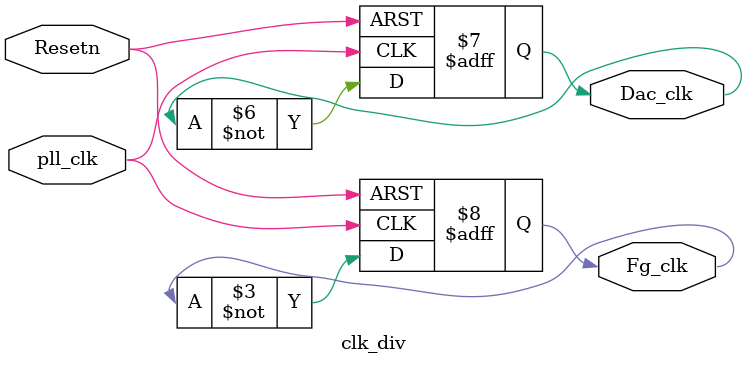
<source format=v>
module clk_div(
    input wire pll_clk,
    input wire Resetn,
    output reg Fg_clk,
    output reg Dac_clk
);
    always @(posedge pll_clk or negedge Resetn) begin
        if(~Resetn) begin
            Fg_clk <= 0;
        end else Fg_clk <= ~Fg_clk;

    end

    always @(negedge pll_clk or negedge Resetn) begin
        if(~Resetn) begin
            Dac_clk <= 0;
        end else Dac_clk <= ~Dac_clk;
    end
endmodule

/*
Module name : clk_div
How it work : 
    This module divides the input clock (pll_clk) to generate two separate clock signals: Fg_clk and Dac_clk. 
    The Fg_clk toggles on the positive edge of pll_clk, effectively dividing its frequency by 2. 
    Similarly, Dac_clk toggles on the negative edge of pll_clk, also dividing the frequency by 2. 
    Both clock signals are reset to 0 when the Resetn signal is low.
*/
</source>
